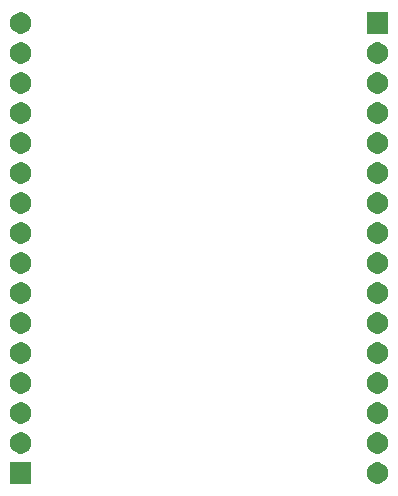
<source format=gbr>
G04 #@! TF.GenerationSoftware,KiCad,Pcbnew,(5.1.5)-3*
G04 #@! TF.CreationDate,2020-02-24T20:26:35-05:00*
G04 #@! TF.ProjectId,SRAM CY7C109D-10XI,5352414d-2043-4593-9743-313039442d31,rev?*
G04 #@! TF.SameCoordinates,Original*
G04 #@! TF.FileFunction,Soldermask,Bot*
G04 #@! TF.FilePolarity,Negative*
%FSLAX46Y46*%
G04 Gerber Fmt 4.6, Leading zero omitted, Abs format (unit mm)*
G04 Created by KiCad (PCBNEW (5.1.5)-3) date 2020-02-24 20:26:35*
%MOMM*%
%LPD*%
G04 APERTURE LIST*
%ADD10C,0.100000*%
G04 APERTURE END LIST*
D10*
G36*
X95901000Y-145251000D02*
G01*
X94099000Y-145251000D01*
X94099000Y-143449000D01*
X95901000Y-143449000D01*
X95901000Y-145251000D01*
G37*
G36*
X125313512Y-143453927D02*
G01*
X125462812Y-143483624D01*
X125626784Y-143551544D01*
X125774354Y-143650147D01*
X125899853Y-143775646D01*
X125998456Y-143923216D01*
X126066376Y-144087188D01*
X126101000Y-144261259D01*
X126101000Y-144438741D01*
X126066376Y-144612812D01*
X125998456Y-144776784D01*
X125899853Y-144924354D01*
X125774354Y-145049853D01*
X125626784Y-145148456D01*
X125462812Y-145216376D01*
X125313512Y-145246073D01*
X125288742Y-145251000D01*
X125111258Y-145251000D01*
X125086488Y-145246073D01*
X124937188Y-145216376D01*
X124773216Y-145148456D01*
X124625646Y-145049853D01*
X124500147Y-144924354D01*
X124401544Y-144776784D01*
X124333624Y-144612812D01*
X124299000Y-144438741D01*
X124299000Y-144261259D01*
X124333624Y-144087188D01*
X124401544Y-143923216D01*
X124500147Y-143775646D01*
X124625646Y-143650147D01*
X124773216Y-143551544D01*
X124937188Y-143483624D01*
X125086488Y-143453927D01*
X125111258Y-143449000D01*
X125288742Y-143449000D01*
X125313512Y-143453927D01*
G37*
G36*
X125313512Y-140913927D02*
G01*
X125462812Y-140943624D01*
X125626784Y-141011544D01*
X125774354Y-141110147D01*
X125899853Y-141235646D01*
X125998456Y-141383216D01*
X126066376Y-141547188D01*
X126101000Y-141721259D01*
X126101000Y-141898741D01*
X126066376Y-142072812D01*
X125998456Y-142236784D01*
X125899853Y-142384354D01*
X125774354Y-142509853D01*
X125626784Y-142608456D01*
X125462812Y-142676376D01*
X125313512Y-142706073D01*
X125288742Y-142711000D01*
X125111258Y-142711000D01*
X125086488Y-142706073D01*
X124937188Y-142676376D01*
X124773216Y-142608456D01*
X124625646Y-142509853D01*
X124500147Y-142384354D01*
X124401544Y-142236784D01*
X124333624Y-142072812D01*
X124299000Y-141898741D01*
X124299000Y-141721259D01*
X124333624Y-141547188D01*
X124401544Y-141383216D01*
X124500147Y-141235646D01*
X124625646Y-141110147D01*
X124773216Y-141011544D01*
X124937188Y-140943624D01*
X125086488Y-140913927D01*
X125111258Y-140909000D01*
X125288742Y-140909000D01*
X125313512Y-140913927D01*
G37*
G36*
X95113512Y-140913927D02*
G01*
X95262812Y-140943624D01*
X95426784Y-141011544D01*
X95574354Y-141110147D01*
X95699853Y-141235646D01*
X95798456Y-141383216D01*
X95866376Y-141547188D01*
X95901000Y-141721259D01*
X95901000Y-141898741D01*
X95866376Y-142072812D01*
X95798456Y-142236784D01*
X95699853Y-142384354D01*
X95574354Y-142509853D01*
X95426784Y-142608456D01*
X95262812Y-142676376D01*
X95113512Y-142706073D01*
X95088742Y-142711000D01*
X94911258Y-142711000D01*
X94886488Y-142706073D01*
X94737188Y-142676376D01*
X94573216Y-142608456D01*
X94425646Y-142509853D01*
X94300147Y-142384354D01*
X94201544Y-142236784D01*
X94133624Y-142072812D01*
X94099000Y-141898741D01*
X94099000Y-141721259D01*
X94133624Y-141547188D01*
X94201544Y-141383216D01*
X94300147Y-141235646D01*
X94425646Y-141110147D01*
X94573216Y-141011544D01*
X94737188Y-140943624D01*
X94886488Y-140913927D01*
X94911258Y-140909000D01*
X95088742Y-140909000D01*
X95113512Y-140913927D01*
G37*
G36*
X125313512Y-138373927D02*
G01*
X125462812Y-138403624D01*
X125626784Y-138471544D01*
X125774354Y-138570147D01*
X125899853Y-138695646D01*
X125998456Y-138843216D01*
X126066376Y-139007188D01*
X126101000Y-139181259D01*
X126101000Y-139358741D01*
X126066376Y-139532812D01*
X125998456Y-139696784D01*
X125899853Y-139844354D01*
X125774354Y-139969853D01*
X125626784Y-140068456D01*
X125462812Y-140136376D01*
X125313512Y-140166073D01*
X125288742Y-140171000D01*
X125111258Y-140171000D01*
X125086488Y-140166073D01*
X124937188Y-140136376D01*
X124773216Y-140068456D01*
X124625646Y-139969853D01*
X124500147Y-139844354D01*
X124401544Y-139696784D01*
X124333624Y-139532812D01*
X124299000Y-139358741D01*
X124299000Y-139181259D01*
X124333624Y-139007188D01*
X124401544Y-138843216D01*
X124500147Y-138695646D01*
X124625646Y-138570147D01*
X124773216Y-138471544D01*
X124937188Y-138403624D01*
X125086488Y-138373927D01*
X125111258Y-138369000D01*
X125288742Y-138369000D01*
X125313512Y-138373927D01*
G37*
G36*
X95113512Y-138373927D02*
G01*
X95262812Y-138403624D01*
X95426784Y-138471544D01*
X95574354Y-138570147D01*
X95699853Y-138695646D01*
X95798456Y-138843216D01*
X95866376Y-139007188D01*
X95901000Y-139181259D01*
X95901000Y-139358741D01*
X95866376Y-139532812D01*
X95798456Y-139696784D01*
X95699853Y-139844354D01*
X95574354Y-139969853D01*
X95426784Y-140068456D01*
X95262812Y-140136376D01*
X95113512Y-140166073D01*
X95088742Y-140171000D01*
X94911258Y-140171000D01*
X94886488Y-140166073D01*
X94737188Y-140136376D01*
X94573216Y-140068456D01*
X94425646Y-139969853D01*
X94300147Y-139844354D01*
X94201544Y-139696784D01*
X94133624Y-139532812D01*
X94099000Y-139358741D01*
X94099000Y-139181259D01*
X94133624Y-139007188D01*
X94201544Y-138843216D01*
X94300147Y-138695646D01*
X94425646Y-138570147D01*
X94573216Y-138471544D01*
X94737188Y-138403624D01*
X94886488Y-138373927D01*
X94911258Y-138369000D01*
X95088742Y-138369000D01*
X95113512Y-138373927D01*
G37*
G36*
X95113512Y-135833927D02*
G01*
X95262812Y-135863624D01*
X95426784Y-135931544D01*
X95574354Y-136030147D01*
X95699853Y-136155646D01*
X95798456Y-136303216D01*
X95866376Y-136467188D01*
X95901000Y-136641259D01*
X95901000Y-136818741D01*
X95866376Y-136992812D01*
X95798456Y-137156784D01*
X95699853Y-137304354D01*
X95574354Y-137429853D01*
X95426784Y-137528456D01*
X95262812Y-137596376D01*
X95113512Y-137626073D01*
X95088742Y-137631000D01*
X94911258Y-137631000D01*
X94886488Y-137626073D01*
X94737188Y-137596376D01*
X94573216Y-137528456D01*
X94425646Y-137429853D01*
X94300147Y-137304354D01*
X94201544Y-137156784D01*
X94133624Y-136992812D01*
X94099000Y-136818741D01*
X94099000Y-136641259D01*
X94133624Y-136467188D01*
X94201544Y-136303216D01*
X94300147Y-136155646D01*
X94425646Y-136030147D01*
X94573216Y-135931544D01*
X94737188Y-135863624D01*
X94886488Y-135833927D01*
X94911258Y-135829000D01*
X95088742Y-135829000D01*
X95113512Y-135833927D01*
G37*
G36*
X125313512Y-135833927D02*
G01*
X125462812Y-135863624D01*
X125626784Y-135931544D01*
X125774354Y-136030147D01*
X125899853Y-136155646D01*
X125998456Y-136303216D01*
X126066376Y-136467188D01*
X126101000Y-136641259D01*
X126101000Y-136818741D01*
X126066376Y-136992812D01*
X125998456Y-137156784D01*
X125899853Y-137304354D01*
X125774354Y-137429853D01*
X125626784Y-137528456D01*
X125462812Y-137596376D01*
X125313512Y-137626073D01*
X125288742Y-137631000D01*
X125111258Y-137631000D01*
X125086488Y-137626073D01*
X124937188Y-137596376D01*
X124773216Y-137528456D01*
X124625646Y-137429853D01*
X124500147Y-137304354D01*
X124401544Y-137156784D01*
X124333624Y-136992812D01*
X124299000Y-136818741D01*
X124299000Y-136641259D01*
X124333624Y-136467188D01*
X124401544Y-136303216D01*
X124500147Y-136155646D01*
X124625646Y-136030147D01*
X124773216Y-135931544D01*
X124937188Y-135863624D01*
X125086488Y-135833927D01*
X125111258Y-135829000D01*
X125288742Y-135829000D01*
X125313512Y-135833927D01*
G37*
G36*
X125313512Y-133293927D02*
G01*
X125462812Y-133323624D01*
X125626784Y-133391544D01*
X125774354Y-133490147D01*
X125899853Y-133615646D01*
X125998456Y-133763216D01*
X126066376Y-133927188D01*
X126101000Y-134101259D01*
X126101000Y-134278741D01*
X126066376Y-134452812D01*
X125998456Y-134616784D01*
X125899853Y-134764354D01*
X125774354Y-134889853D01*
X125626784Y-134988456D01*
X125462812Y-135056376D01*
X125313512Y-135086073D01*
X125288742Y-135091000D01*
X125111258Y-135091000D01*
X125086488Y-135086073D01*
X124937188Y-135056376D01*
X124773216Y-134988456D01*
X124625646Y-134889853D01*
X124500147Y-134764354D01*
X124401544Y-134616784D01*
X124333624Y-134452812D01*
X124299000Y-134278741D01*
X124299000Y-134101259D01*
X124333624Y-133927188D01*
X124401544Y-133763216D01*
X124500147Y-133615646D01*
X124625646Y-133490147D01*
X124773216Y-133391544D01*
X124937188Y-133323624D01*
X125086488Y-133293927D01*
X125111258Y-133289000D01*
X125288742Y-133289000D01*
X125313512Y-133293927D01*
G37*
G36*
X95113512Y-133293927D02*
G01*
X95262812Y-133323624D01*
X95426784Y-133391544D01*
X95574354Y-133490147D01*
X95699853Y-133615646D01*
X95798456Y-133763216D01*
X95866376Y-133927188D01*
X95901000Y-134101259D01*
X95901000Y-134278741D01*
X95866376Y-134452812D01*
X95798456Y-134616784D01*
X95699853Y-134764354D01*
X95574354Y-134889853D01*
X95426784Y-134988456D01*
X95262812Y-135056376D01*
X95113512Y-135086073D01*
X95088742Y-135091000D01*
X94911258Y-135091000D01*
X94886488Y-135086073D01*
X94737188Y-135056376D01*
X94573216Y-134988456D01*
X94425646Y-134889853D01*
X94300147Y-134764354D01*
X94201544Y-134616784D01*
X94133624Y-134452812D01*
X94099000Y-134278741D01*
X94099000Y-134101259D01*
X94133624Y-133927188D01*
X94201544Y-133763216D01*
X94300147Y-133615646D01*
X94425646Y-133490147D01*
X94573216Y-133391544D01*
X94737188Y-133323624D01*
X94886488Y-133293927D01*
X94911258Y-133289000D01*
X95088742Y-133289000D01*
X95113512Y-133293927D01*
G37*
G36*
X125313512Y-130753927D02*
G01*
X125462812Y-130783624D01*
X125626784Y-130851544D01*
X125774354Y-130950147D01*
X125899853Y-131075646D01*
X125998456Y-131223216D01*
X126066376Y-131387188D01*
X126101000Y-131561259D01*
X126101000Y-131738741D01*
X126066376Y-131912812D01*
X125998456Y-132076784D01*
X125899853Y-132224354D01*
X125774354Y-132349853D01*
X125626784Y-132448456D01*
X125462812Y-132516376D01*
X125313512Y-132546073D01*
X125288742Y-132551000D01*
X125111258Y-132551000D01*
X125086488Y-132546073D01*
X124937188Y-132516376D01*
X124773216Y-132448456D01*
X124625646Y-132349853D01*
X124500147Y-132224354D01*
X124401544Y-132076784D01*
X124333624Y-131912812D01*
X124299000Y-131738741D01*
X124299000Y-131561259D01*
X124333624Y-131387188D01*
X124401544Y-131223216D01*
X124500147Y-131075646D01*
X124625646Y-130950147D01*
X124773216Y-130851544D01*
X124937188Y-130783624D01*
X125086488Y-130753927D01*
X125111258Y-130749000D01*
X125288742Y-130749000D01*
X125313512Y-130753927D01*
G37*
G36*
X95113512Y-130753927D02*
G01*
X95262812Y-130783624D01*
X95426784Y-130851544D01*
X95574354Y-130950147D01*
X95699853Y-131075646D01*
X95798456Y-131223216D01*
X95866376Y-131387188D01*
X95901000Y-131561259D01*
X95901000Y-131738741D01*
X95866376Y-131912812D01*
X95798456Y-132076784D01*
X95699853Y-132224354D01*
X95574354Y-132349853D01*
X95426784Y-132448456D01*
X95262812Y-132516376D01*
X95113512Y-132546073D01*
X95088742Y-132551000D01*
X94911258Y-132551000D01*
X94886488Y-132546073D01*
X94737188Y-132516376D01*
X94573216Y-132448456D01*
X94425646Y-132349853D01*
X94300147Y-132224354D01*
X94201544Y-132076784D01*
X94133624Y-131912812D01*
X94099000Y-131738741D01*
X94099000Y-131561259D01*
X94133624Y-131387188D01*
X94201544Y-131223216D01*
X94300147Y-131075646D01*
X94425646Y-130950147D01*
X94573216Y-130851544D01*
X94737188Y-130783624D01*
X94886488Y-130753927D01*
X94911258Y-130749000D01*
X95088742Y-130749000D01*
X95113512Y-130753927D01*
G37*
G36*
X125313512Y-128213927D02*
G01*
X125462812Y-128243624D01*
X125626784Y-128311544D01*
X125774354Y-128410147D01*
X125899853Y-128535646D01*
X125998456Y-128683216D01*
X126066376Y-128847188D01*
X126101000Y-129021259D01*
X126101000Y-129198741D01*
X126066376Y-129372812D01*
X125998456Y-129536784D01*
X125899853Y-129684354D01*
X125774354Y-129809853D01*
X125626784Y-129908456D01*
X125462812Y-129976376D01*
X125313512Y-130006073D01*
X125288742Y-130011000D01*
X125111258Y-130011000D01*
X125086488Y-130006073D01*
X124937188Y-129976376D01*
X124773216Y-129908456D01*
X124625646Y-129809853D01*
X124500147Y-129684354D01*
X124401544Y-129536784D01*
X124333624Y-129372812D01*
X124299000Y-129198741D01*
X124299000Y-129021259D01*
X124333624Y-128847188D01*
X124401544Y-128683216D01*
X124500147Y-128535646D01*
X124625646Y-128410147D01*
X124773216Y-128311544D01*
X124937188Y-128243624D01*
X125086488Y-128213927D01*
X125111258Y-128209000D01*
X125288742Y-128209000D01*
X125313512Y-128213927D01*
G37*
G36*
X95113512Y-128213927D02*
G01*
X95262812Y-128243624D01*
X95426784Y-128311544D01*
X95574354Y-128410147D01*
X95699853Y-128535646D01*
X95798456Y-128683216D01*
X95866376Y-128847188D01*
X95901000Y-129021259D01*
X95901000Y-129198741D01*
X95866376Y-129372812D01*
X95798456Y-129536784D01*
X95699853Y-129684354D01*
X95574354Y-129809853D01*
X95426784Y-129908456D01*
X95262812Y-129976376D01*
X95113512Y-130006073D01*
X95088742Y-130011000D01*
X94911258Y-130011000D01*
X94886488Y-130006073D01*
X94737188Y-129976376D01*
X94573216Y-129908456D01*
X94425646Y-129809853D01*
X94300147Y-129684354D01*
X94201544Y-129536784D01*
X94133624Y-129372812D01*
X94099000Y-129198741D01*
X94099000Y-129021259D01*
X94133624Y-128847188D01*
X94201544Y-128683216D01*
X94300147Y-128535646D01*
X94425646Y-128410147D01*
X94573216Y-128311544D01*
X94737188Y-128243624D01*
X94886488Y-128213927D01*
X94911258Y-128209000D01*
X95088742Y-128209000D01*
X95113512Y-128213927D01*
G37*
G36*
X95113512Y-125673927D02*
G01*
X95262812Y-125703624D01*
X95426784Y-125771544D01*
X95574354Y-125870147D01*
X95699853Y-125995646D01*
X95798456Y-126143216D01*
X95866376Y-126307188D01*
X95901000Y-126481259D01*
X95901000Y-126658741D01*
X95866376Y-126832812D01*
X95798456Y-126996784D01*
X95699853Y-127144354D01*
X95574354Y-127269853D01*
X95426784Y-127368456D01*
X95262812Y-127436376D01*
X95113512Y-127466073D01*
X95088742Y-127471000D01*
X94911258Y-127471000D01*
X94886488Y-127466073D01*
X94737188Y-127436376D01*
X94573216Y-127368456D01*
X94425646Y-127269853D01*
X94300147Y-127144354D01*
X94201544Y-126996784D01*
X94133624Y-126832812D01*
X94099000Y-126658741D01*
X94099000Y-126481259D01*
X94133624Y-126307188D01*
X94201544Y-126143216D01*
X94300147Y-125995646D01*
X94425646Y-125870147D01*
X94573216Y-125771544D01*
X94737188Y-125703624D01*
X94886488Y-125673927D01*
X94911258Y-125669000D01*
X95088742Y-125669000D01*
X95113512Y-125673927D01*
G37*
G36*
X125313512Y-125673927D02*
G01*
X125462812Y-125703624D01*
X125626784Y-125771544D01*
X125774354Y-125870147D01*
X125899853Y-125995646D01*
X125998456Y-126143216D01*
X126066376Y-126307188D01*
X126101000Y-126481259D01*
X126101000Y-126658741D01*
X126066376Y-126832812D01*
X125998456Y-126996784D01*
X125899853Y-127144354D01*
X125774354Y-127269853D01*
X125626784Y-127368456D01*
X125462812Y-127436376D01*
X125313512Y-127466073D01*
X125288742Y-127471000D01*
X125111258Y-127471000D01*
X125086488Y-127466073D01*
X124937188Y-127436376D01*
X124773216Y-127368456D01*
X124625646Y-127269853D01*
X124500147Y-127144354D01*
X124401544Y-126996784D01*
X124333624Y-126832812D01*
X124299000Y-126658741D01*
X124299000Y-126481259D01*
X124333624Y-126307188D01*
X124401544Y-126143216D01*
X124500147Y-125995646D01*
X124625646Y-125870147D01*
X124773216Y-125771544D01*
X124937188Y-125703624D01*
X125086488Y-125673927D01*
X125111258Y-125669000D01*
X125288742Y-125669000D01*
X125313512Y-125673927D01*
G37*
G36*
X95113512Y-123133927D02*
G01*
X95262812Y-123163624D01*
X95426784Y-123231544D01*
X95574354Y-123330147D01*
X95699853Y-123455646D01*
X95798456Y-123603216D01*
X95866376Y-123767188D01*
X95901000Y-123941259D01*
X95901000Y-124118741D01*
X95866376Y-124292812D01*
X95798456Y-124456784D01*
X95699853Y-124604354D01*
X95574354Y-124729853D01*
X95426784Y-124828456D01*
X95262812Y-124896376D01*
X95113512Y-124926073D01*
X95088742Y-124931000D01*
X94911258Y-124931000D01*
X94886488Y-124926073D01*
X94737188Y-124896376D01*
X94573216Y-124828456D01*
X94425646Y-124729853D01*
X94300147Y-124604354D01*
X94201544Y-124456784D01*
X94133624Y-124292812D01*
X94099000Y-124118741D01*
X94099000Y-123941259D01*
X94133624Y-123767188D01*
X94201544Y-123603216D01*
X94300147Y-123455646D01*
X94425646Y-123330147D01*
X94573216Y-123231544D01*
X94737188Y-123163624D01*
X94886488Y-123133927D01*
X94911258Y-123129000D01*
X95088742Y-123129000D01*
X95113512Y-123133927D01*
G37*
G36*
X125313512Y-123133927D02*
G01*
X125462812Y-123163624D01*
X125626784Y-123231544D01*
X125774354Y-123330147D01*
X125899853Y-123455646D01*
X125998456Y-123603216D01*
X126066376Y-123767188D01*
X126101000Y-123941259D01*
X126101000Y-124118741D01*
X126066376Y-124292812D01*
X125998456Y-124456784D01*
X125899853Y-124604354D01*
X125774354Y-124729853D01*
X125626784Y-124828456D01*
X125462812Y-124896376D01*
X125313512Y-124926073D01*
X125288742Y-124931000D01*
X125111258Y-124931000D01*
X125086488Y-124926073D01*
X124937188Y-124896376D01*
X124773216Y-124828456D01*
X124625646Y-124729853D01*
X124500147Y-124604354D01*
X124401544Y-124456784D01*
X124333624Y-124292812D01*
X124299000Y-124118741D01*
X124299000Y-123941259D01*
X124333624Y-123767188D01*
X124401544Y-123603216D01*
X124500147Y-123455646D01*
X124625646Y-123330147D01*
X124773216Y-123231544D01*
X124937188Y-123163624D01*
X125086488Y-123133927D01*
X125111258Y-123129000D01*
X125288742Y-123129000D01*
X125313512Y-123133927D01*
G37*
G36*
X95113512Y-120593927D02*
G01*
X95262812Y-120623624D01*
X95426784Y-120691544D01*
X95574354Y-120790147D01*
X95699853Y-120915646D01*
X95798456Y-121063216D01*
X95866376Y-121227188D01*
X95901000Y-121401259D01*
X95901000Y-121578741D01*
X95866376Y-121752812D01*
X95798456Y-121916784D01*
X95699853Y-122064354D01*
X95574354Y-122189853D01*
X95426784Y-122288456D01*
X95262812Y-122356376D01*
X95113512Y-122386073D01*
X95088742Y-122391000D01*
X94911258Y-122391000D01*
X94886488Y-122386073D01*
X94737188Y-122356376D01*
X94573216Y-122288456D01*
X94425646Y-122189853D01*
X94300147Y-122064354D01*
X94201544Y-121916784D01*
X94133624Y-121752812D01*
X94099000Y-121578741D01*
X94099000Y-121401259D01*
X94133624Y-121227188D01*
X94201544Y-121063216D01*
X94300147Y-120915646D01*
X94425646Y-120790147D01*
X94573216Y-120691544D01*
X94737188Y-120623624D01*
X94886488Y-120593927D01*
X94911258Y-120589000D01*
X95088742Y-120589000D01*
X95113512Y-120593927D01*
G37*
G36*
X125313512Y-120593927D02*
G01*
X125462812Y-120623624D01*
X125626784Y-120691544D01*
X125774354Y-120790147D01*
X125899853Y-120915646D01*
X125998456Y-121063216D01*
X126066376Y-121227188D01*
X126101000Y-121401259D01*
X126101000Y-121578741D01*
X126066376Y-121752812D01*
X125998456Y-121916784D01*
X125899853Y-122064354D01*
X125774354Y-122189853D01*
X125626784Y-122288456D01*
X125462812Y-122356376D01*
X125313512Y-122386073D01*
X125288742Y-122391000D01*
X125111258Y-122391000D01*
X125086488Y-122386073D01*
X124937188Y-122356376D01*
X124773216Y-122288456D01*
X124625646Y-122189853D01*
X124500147Y-122064354D01*
X124401544Y-121916784D01*
X124333624Y-121752812D01*
X124299000Y-121578741D01*
X124299000Y-121401259D01*
X124333624Y-121227188D01*
X124401544Y-121063216D01*
X124500147Y-120915646D01*
X124625646Y-120790147D01*
X124773216Y-120691544D01*
X124937188Y-120623624D01*
X125086488Y-120593927D01*
X125111258Y-120589000D01*
X125288742Y-120589000D01*
X125313512Y-120593927D01*
G37*
G36*
X125313512Y-118053927D02*
G01*
X125462812Y-118083624D01*
X125626784Y-118151544D01*
X125774354Y-118250147D01*
X125899853Y-118375646D01*
X125998456Y-118523216D01*
X126066376Y-118687188D01*
X126101000Y-118861259D01*
X126101000Y-119038741D01*
X126066376Y-119212812D01*
X125998456Y-119376784D01*
X125899853Y-119524354D01*
X125774354Y-119649853D01*
X125626784Y-119748456D01*
X125462812Y-119816376D01*
X125313512Y-119846073D01*
X125288742Y-119851000D01*
X125111258Y-119851000D01*
X125086488Y-119846073D01*
X124937188Y-119816376D01*
X124773216Y-119748456D01*
X124625646Y-119649853D01*
X124500147Y-119524354D01*
X124401544Y-119376784D01*
X124333624Y-119212812D01*
X124299000Y-119038741D01*
X124299000Y-118861259D01*
X124333624Y-118687188D01*
X124401544Y-118523216D01*
X124500147Y-118375646D01*
X124625646Y-118250147D01*
X124773216Y-118151544D01*
X124937188Y-118083624D01*
X125086488Y-118053927D01*
X125111258Y-118049000D01*
X125288742Y-118049000D01*
X125313512Y-118053927D01*
G37*
G36*
X95113512Y-118053927D02*
G01*
X95262812Y-118083624D01*
X95426784Y-118151544D01*
X95574354Y-118250147D01*
X95699853Y-118375646D01*
X95798456Y-118523216D01*
X95866376Y-118687188D01*
X95901000Y-118861259D01*
X95901000Y-119038741D01*
X95866376Y-119212812D01*
X95798456Y-119376784D01*
X95699853Y-119524354D01*
X95574354Y-119649853D01*
X95426784Y-119748456D01*
X95262812Y-119816376D01*
X95113512Y-119846073D01*
X95088742Y-119851000D01*
X94911258Y-119851000D01*
X94886488Y-119846073D01*
X94737188Y-119816376D01*
X94573216Y-119748456D01*
X94425646Y-119649853D01*
X94300147Y-119524354D01*
X94201544Y-119376784D01*
X94133624Y-119212812D01*
X94099000Y-119038741D01*
X94099000Y-118861259D01*
X94133624Y-118687188D01*
X94201544Y-118523216D01*
X94300147Y-118375646D01*
X94425646Y-118250147D01*
X94573216Y-118151544D01*
X94737188Y-118083624D01*
X94886488Y-118053927D01*
X94911258Y-118049000D01*
X95088742Y-118049000D01*
X95113512Y-118053927D01*
G37*
G36*
X125313512Y-115513927D02*
G01*
X125462812Y-115543624D01*
X125626784Y-115611544D01*
X125774354Y-115710147D01*
X125899853Y-115835646D01*
X125998456Y-115983216D01*
X126066376Y-116147188D01*
X126101000Y-116321259D01*
X126101000Y-116498741D01*
X126066376Y-116672812D01*
X125998456Y-116836784D01*
X125899853Y-116984354D01*
X125774354Y-117109853D01*
X125626784Y-117208456D01*
X125462812Y-117276376D01*
X125313512Y-117306073D01*
X125288742Y-117311000D01*
X125111258Y-117311000D01*
X125086488Y-117306073D01*
X124937188Y-117276376D01*
X124773216Y-117208456D01*
X124625646Y-117109853D01*
X124500147Y-116984354D01*
X124401544Y-116836784D01*
X124333624Y-116672812D01*
X124299000Y-116498741D01*
X124299000Y-116321259D01*
X124333624Y-116147188D01*
X124401544Y-115983216D01*
X124500147Y-115835646D01*
X124625646Y-115710147D01*
X124773216Y-115611544D01*
X124937188Y-115543624D01*
X125086488Y-115513927D01*
X125111258Y-115509000D01*
X125288742Y-115509000D01*
X125313512Y-115513927D01*
G37*
G36*
X95113512Y-115513927D02*
G01*
X95262812Y-115543624D01*
X95426784Y-115611544D01*
X95574354Y-115710147D01*
X95699853Y-115835646D01*
X95798456Y-115983216D01*
X95866376Y-116147188D01*
X95901000Y-116321259D01*
X95901000Y-116498741D01*
X95866376Y-116672812D01*
X95798456Y-116836784D01*
X95699853Y-116984354D01*
X95574354Y-117109853D01*
X95426784Y-117208456D01*
X95262812Y-117276376D01*
X95113512Y-117306073D01*
X95088742Y-117311000D01*
X94911258Y-117311000D01*
X94886488Y-117306073D01*
X94737188Y-117276376D01*
X94573216Y-117208456D01*
X94425646Y-117109853D01*
X94300147Y-116984354D01*
X94201544Y-116836784D01*
X94133624Y-116672812D01*
X94099000Y-116498741D01*
X94099000Y-116321259D01*
X94133624Y-116147188D01*
X94201544Y-115983216D01*
X94300147Y-115835646D01*
X94425646Y-115710147D01*
X94573216Y-115611544D01*
X94737188Y-115543624D01*
X94886488Y-115513927D01*
X94911258Y-115509000D01*
X95088742Y-115509000D01*
X95113512Y-115513927D01*
G37*
G36*
X95113512Y-112973927D02*
G01*
X95262812Y-113003624D01*
X95426784Y-113071544D01*
X95574354Y-113170147D01*
X95699853Y-113295646D01*
X95798456Y-113443216D01*
X95866376Y-113607188D01*
X95901000Y-113781259D01*
X95901000Y-113958741D01*
X95866376Y-114132812D01*
X95798456Y-114296784D01*
X95699853Y-114444354D01*
X95574354Y-114569853D01*
X95426784Y-114668456D01*
X95262812Y-114736376D01*
X95113512Y-114766073D01*
X95088742Y-114771000D01*
X94911258Y-114771000D01*
X94886488Y-114766073D01*
X94737188Y-114736376D01*
X94573216Y-114668456D01*
X94425646Y-114569853D01*
X94300147Y-114444354D01*
X94201544Y-114296784D01*
X94133624Y-114132812D01*
X94099000Y-113958741D01*
X94099000Y-113781259D01*
X94133624Y-113607188D01*
X94201544Y-113443216D01*
X94300147Y-113295646D01*
X94425646Y-113170147D01*
X94573216Y-113071544D01*
X94737188Y-113003624D01*
X94886488Y-112973927D01*
X94911258Y-112969000D01*
X95088742Y-112969000D01*
X95113512Y-112973927D01*
G37*
G36*
X125313512Y-112973927D02*
G01*
X125462812Y-113003624D01*
X125626784Y-113071544D01*
X125774354Y-113170147D01*
X125899853Y-113295646D01*
X125998456Y-113443216D01*
X126066376Y-113607188D01*
X126101000Y-113781259D01*
X126101000Y-113958741D01*
X126066376Y-114132812D01*
X125998456Y-114296784D01*
X125899853Y-114444354D01*
X125774354Y-114569853D01*
X125626784Y-114668456D01*
X125462812Y-114736376D01*
X125313512Y-114766073D01*
X125288742Y-114771000D01*
X125111258Y-114771000D01*
X125086488Y-114766073D01*
X124937188Y-114736376D01*
X124773216Y-114668456D01*
X124625646Y-114569853D01*
X124500147Y-114444354D01*
X124401544Y-114296784D01*
X124333624Y-114132812D01*
X124299000Y-113958741D01*
X124299000Y-113781259D01*
X124333624Y-113607188D01*
X124401544Y-113443216D01*
X124500147Y-113295646D01*
X124625646Y-113170147D01*
X124773216Y-113071544D01*
X124937188Y-113003624D01*
X125086488Y-112973927D01*
X125111258Y-112969000D01*
X125288742Y-112969000D01*
X125313512Y-112973927D01*
G37*
G36*
X95113512Y-110433927D02*
G01*
X95262812Y-110463624D01*
X95426784Y-110531544D01*
X95574354Y-110630147D01*
X95699853Y-110755646D01*
X95798456Y-110903216D01*
X95866376Y-111067188D01*
X95901000Y-111241259D01*
X95901000Y-111418741D01*
X95866376Y-111592812D01*
X95798456Y-111756784D01*
X95699853Y-111904354D01*
X95574354Y-112029853D01*
X95426784Y-112128456D01*
X95262812Y-112196376D01*
X95113512Y-112226073D01*
X95088742Y-112231000D01*
X94911258Y-112231000D01*
X94886488Y-112226073D01*
X94737188Y-112196376D01*
X94573216Y-112128456D01*
X94425646Y-112029853D01*
X94300147Y-111904354D01*
X94201544Y-111756784D01*
X94133624Y-111592812D01*
X94099000Y-111418741D01*
X94099000Y-111241259D01*
X94133624Y-111067188D01*
X94201544Y-110903216D01*
X94300147Y-110755646D01*
X94425646Y-110630147D01*
X94573216Y-110531544D01*
X94737188Y-110463624D01*
X94886488Y-110433927D01*
X94911258Y-110429000D01*
X95088742Y-110429000D01*
X95113512Y-110433927D01*
G37*
G36*
X125313512Y-110433927D02*
G01*
X125462812Y-110463624D01*
X125626784Y-110531544D01*
X125774354Y-110630147D01*
X125899853Y-110755646D01*
X125998456Y-110903216D01*
X126066376Y-111067188D01*
X126101000Y-111241259D01*
X126101000Y-111418741D01*
X126066376Y-111592812D01*
X125998456Y-111756784D01*
X125899853Y-111904354D01*
X125774354Y-112029853D01*
X125626784Y-112128456D01*
X125462812Y-112196376D01*
X125313512Y-112226073D01*
X125288742Y-112231000D01*
X125111258Y-112231000D01*
X125086488Y-112226073D01*
X124937188Y-112196376D01*
X124773216Y-112128456D01*
X124625646Y-112029853D01*
X124500147Y-111904354D01*
X124401544Y-111756784D01*
X124333624Y-111592812D01*
X124299000Y-111418741D01*
X124299000Y-111241259D01*
X124333624Y-111067188D01*
X124401544Y-110903216D01*
X124500147Y-110755646D01*
X124625646Y-110630147D01*
X124773216Y-110531544D01*
X124937188Y-110463624D01*
X125086488Y-110433927D01*
X125111258Y-110429000D01*
X125288742Y-110429000D01*
X125313512Y-110433927D01*
G37*
G36*
X95113512Y-107893927D02*
G01*
X95262812Y-107923624D01*
X95426784Y-107991544D01*
X95574354Y-108090147D01*
X95699853Y-108215646D01*
X95798456Y-108363216D01*
X95866376Y-108527188D01*
X95901000Y-108701259D01*
X95901000Y-108878741D01*
X95866376Y-109052812D01*
X95798456Y-109216784D01*
X95699853Y-109364354D01*
X95574354Y-109489853D01*
X95426784Y-109588456D01*
X95262812Y-109656376D01*
X95113512Y-109686073D01*
X95088742Y-109691000D01*
X94911258Y-109691000D01*
X94886488Y-109686073D01*
X94737188Y-109656376D01*
X94573216Y-109588456D01*
X94425646Y-109489853D01*
X94300147Y-109364354D01*
X94201544Y-109216784D01*
X94133624Y-109052812D01*
X94099000Y-108878741D01*
X94099000Y-108701259D01*
X94133624Y-108527188D01*
X94201544Y-108363216D01*
X94300147Y-108215646D01*
X94425646Y-108090147D01*
X94573216Y-107991544D01*
X94737188Y-107923624D01*
X94886488Y-107893927D01*
X94911258Y-107889000D01*
X95088742Y-107889000D01*
X95113512Y-107893927D01*
G37*
G36*
X125313512Y-107893927D02*
G01*
X125462812Y-107923624D01*
X125626784Y-107991544D01*
X125774354Y-108090147D01*
X125899853Y-108215646D01*
X125998456Y-108363216D01*
X126066376Y-108527188D01*
X126101000Y-108701259D01*
X126101000Y-108878741D01*
X126066376Y-109052812D01*
X125998456Y-109216784D01*
X125899853Y-109364354D01*
X125774354Y-109489853D01*
X125626784Y-109588456D01*
X125462812Y-109656376D01*
X125313512Y-109686073D01*
X125288742Y-109691000D01*
X125111258Y-109691000D01*
X125086488Y-109686073D01*
X124937188Y-109656376D01*
X124773216Y-109588456D01*
X124625646Y-109489853D01*
X124500147Y-109364354D01*
X124401544Y-109216784D01*
X124333624Y-109052812D01*
X124299000Y-108878741D01*
X124299000Y-108701259D01*
X124333624Y-108527188D01*
X124401544Y-108363216D01*
X124500147Y-108215646D01*
X124625646Y-108090147D01*
X124773216Y-107991544D01*
X124937188Y-107923624D01*
X125086488Y-107893927D01*
X125111258Y-107889000D01*
X125288742Y-107889000D01*
X125313512Y-107893927D01*
G37*
G36*
X95113512Y-105353927D02*
G01*
X95262812Y-105383624D01*
X95426784Y-105451544D01*
X95574354Y-105550147D01*
X95699853Y-105675646D01*
X95798456Y-105823216D01*
X95866376Y-105987188D01*
X95901000Y-106161259D01*
X95901000Y-106338741D01*
X95866376Y-106512812D01*
X95798456Y-106676784D01*
X95699853Y-106824354D01*
X95574354Y-106949853D01*
X95426784Y-107048456D01*
X95262812Y-107116376D01*
X95113512Y-107146073D01*
X95088742Y-107151000D01*
X94911258Y-107151000D01*
X94886488Y-107146073D01*
X94737188Y-107116376D01*
X94573216Y-107048456D01*
X94425646Y-106949853D01*
X94300147Y-106824354D01*
X94201544Y-106676784D01*
X94133624Y-106512812D01*
X94099000Y-106338741D01*
X94099000Y-106161259D01*
X94133624Y-105987188D01*
X94201544Y-105823216D01*
X94300147Y-105675646D01*
X94425646Y-105550147D01*
X94573216Y-105451544D01*
X94737188Y-105383624D01*
X94886488Y-105353927D01*
X94911258Y-105349000D01*
X95088742Y-105349000D01*
X95113512Y-105353927D01*
G37*
G36*
X126101000Y-107151000D02*
G01*
X124299000Y-107151000D01*
X124299000Y-105349000D01*
X126101000Y-105349000D01*
X126101000Y-107151000D01*
G37*
M02*

</source>
